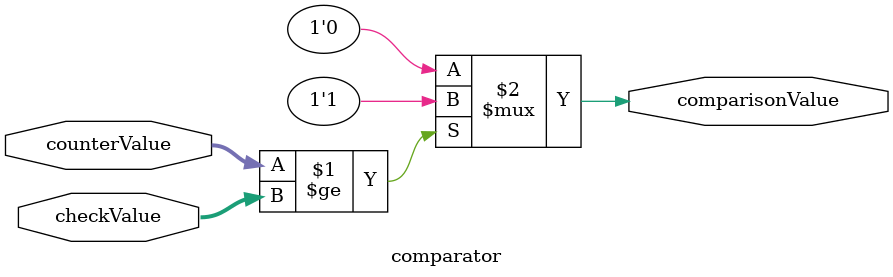
<source format=v>
module comparator(input[4:0]counterValue,input[4:0]checkValue ,output comparisonValue);
assign comparisonValue = (counterValue >= checkValue)? 1'b1 : 1'b0;
endmodule
</source>
